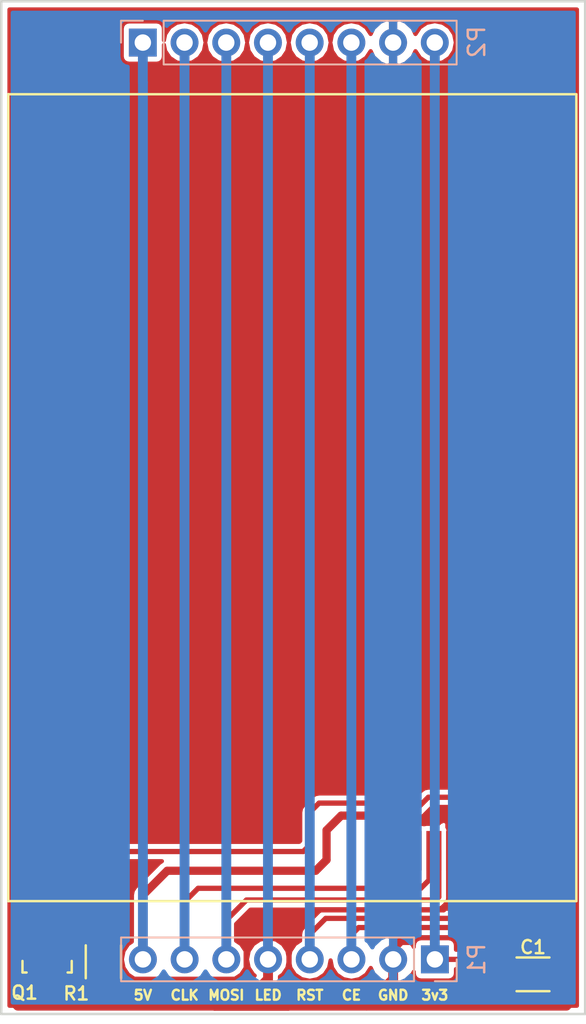
<source format=kicad_pcb>
(kicad_pcb (version 4) (host pcbnew 4.0.7)

  (general
    (links 23)
    (no_connects 0)
    (area 54.534999 64.694999 90.245001 126.440001)
    (thickness 1.6)
    (drawings 12)
    (tracks 123)
    (zones 0)
    (modules 6)
    (nets 11)
  )

  (page User 148.006 210.007)
  (title_block
    (title "Nokia Color TFT LCD")
    (date 2017-01-29)
    (rev 1)
    (company "Discovery Center")
    (comment 1 karibe.co)
    (comment 2 @muriukidavid)
    (comment 3 "Karibe David")
  )

  (layers
    (0 F.Cu signal)
    (31 B.Cu signal)
    (32 B.Adhes user)
    (33 F.Adhes user)
    (34 B.Paste user)
    (35 F.Paste user)
    (36 B.SilkS user)
    (37 F.SilkS user)
    (38 B.Mask user)
    (39 F.Mask user)
    (40 Dwgs.User user)
    (41 Cmts.User user)
    (42 Eco1.User user)
    (43 Eco2.User user)
    (44 Edge.Cuts user)
    (45 Margin user)
    (46 B.CrtYd user hide)
    (47 F.CrtYd user hide)
    (48 B.Fab user hide)
    (49 F.Fab user hide)
  )

  (setup
    (last_trace_width 0.6)
    (trace_clearance 0.2)
    (zone_clearance 0.4)
    (zone_45_only yes)
    (trace_min 0.2)
    (segment_width 0.2)
    (edge_width 0.15)
    (via_size 0.6)
    (via_drill 0.4)
    (via_min_size 0.4)
    (via_min_drill 0.3)
    (uvia_size 0.3)
    (uvia_drill 0.1)
    (uvias_allowed no)
    (uvia_min_size 0.2)
    (uvia_min_drill 0.1)
    (pcb_text_width 0.3)
    (pcb_text_size 1.5 1.5)
    (mod_edge_width 0.15)
    (mod_text_size 1 1)
    (mod_text_width 0.15)
    (pad_size 1.7 1.7)
    (pad_drill 1)
    (pad_to_mask_clearance 0.0762)
    (aux_axis_origin 0 0)
    (visible_elements FFFFFF7F)
    (pcbplotparams
      (layerselection 0x010fc_80000001)
      (usegerberextensions true)
      (excludeedgelayer false)
      (linewidth 0.100000)
      (plotframeref false)
      (viasonmask false)
      (mode 1)
      (useauxorigin false)
      (hpglpennumber 1)
      (hpglpenspeed 20)
      (hpglpendiameter 15)
      (hpglpenoverlay 2)
      (psnegative false)
      (psa4output false)
      (plotreference true)
      (plotvalue true)
      (plotinvisibletext false)
      (padsonsilk true)
      (subtractmaskfromsilk false)
      (outputformat 1)
      (mirror false)
      (drillshape 0)
      (scaleselection 1)
      (outputdirectory 1616LCD_gerbers/))
  )

  (net 0 "")
  (net 1 VCC)
  (net 2 GND)
  (net 3 RESET)
  (net 4 CE)
  (net 5 MOSI)
  (net 6 CLK)
  (net 7 LED)
  (net 8 LED-)
  (net 9 "Net-(Q1-Pad1)")
  (net 10 5V)

  (net_class Default "This is the default net class."
    (clearance 0.2)
    (trace_width 0.6)
    (via_dia 0.6)
    (via_drill 0.4)
    (uvia_dia 0.3)
    (uvia_drill 0.1)
    (add_net 5V)
    (add_net CE)
    (add_net CLK)
    (add_net GND)
    (add_net LED)
    (add_net LED-)
    (add_net MOSI)
    (add_net "Net-(Q1-Pad1)")
    (add_net RESET)
    (add_net VCC)
  )

  (module Capacitors_SMD:C_1206 (layer F.Cu) (tedit 5BEDE2BC) (tstamp 588D1F89)
    (at 86.995 123.952)
    (descr "Capacitor SMD 1206, reflow soldering, AVX (see smccp.pdf)")
    (tags "capacitor 1206")
    (path /588CF578)
    (attr smd)
    (fp_text reference C1 (at 0 -1.651) (layer F.SilkS)
      (effects (font (size 0.8 0.8) (thickness 0.15)))
    )
    (fp_text value 0.1 (at 2.8194 1.2446) (layer F.Fab)
      (effects (font (size 1 1) (thickness 0.15)))
    )
    (fp_line (start -2.3 -1.15) (end 2.3 -1.15) (layer F.CrtYd) (width 0.05))
    (fp_line (start -2.3 1.15) (end 2.3 1.15) (layer F.CrtYd) (width 0.05))
    (fp_line (start -2.3 -1.15) (end -2.3 1.15) (layer F.CrtYd) (width 0.05))
    (fp_line (start 2.3 -1.15) (end 2.3 1.15) (layer F.CrtYd) (width 0.05))
    (fp_line (start 1 -1.025) (end -1 -1.025) (layer F.SilkS) (width 0.15))
    (fp_line (start -1 1.025) (end 1 1.025) (layer F.SilkS) (width 0.15))
    (pad 1 smd rect (at -1.5 0) (size 1 1.6) (layers F.Cu F.Paste F.Mask)
      (net 1 VCC))
    (pad 2 smd rect (at 1.5 0) (size 1 1.6) (layers F.Cu F.Paste F.Mask)
      (net 2 GND))
    (model Capacitors_SMD.3dshapes/C_1206.wrl
      (at (xyz 0 0 0))
      (scale (xyz 1 1 1))
      (rotate (xyz 0 0 0))
    )
  )

  (module Connect:Nokia1616_LCD (layer F.Cu) (tedit 5BEDE2AF) (tstamp 58CA9C02)
    (at 76.57812 115.23218 180)
    (path /588CF2E5)
    (fp_text reference CONN1 (at -2.36508 1.13538 180) (layer F.SilkS) hide
      (effects (font (size 1 1) (thickness 0.15)))
    )
    (fp_text value Nokia1616_LCD (at 0 -4.826 180) (layer F.Fab)
      (effects (font (size 1 1) (thickness 0.15)))
    )
    (fp_line (start -13.0556 44.8056) (end 21.5392 44.8056) (layer F.SilkS) (width 0.15))
    (fp_line (start 21.5392 -4.2672) (end 21.5392 44.8056) (layer F.SilkS) (width 0.15))
    (fp_line (start -13.0556 -4.2672) (end -13.0556 44.8056) (layer F.SilkS) (width 0.15))
    (fp_line (start -13.0556 -4.2672) (end 21.5392 -4.2672) (layer F.SilkS) (width 0.15))
    (pad 1 smd rect (at -7.08148 -1.20142 180) (size 0.319989 2.399995) (layers F.Cu F.Paste F.Mask))
    (pad 2 smd rect (at -6.48148 -1.20142 180) (size 0.319989 2.399995) (layers F.Cu F.Paste F.Mask)
      (net 3 RESET))
    (pad 3 smd rect (at -5.88148 -1.20142 180) (size 0.319989 2.399995) (layers F.Cu F.Paste F.Mask)
      (net 4 CE))
    (pad 4 smd rect (at -5.28148 -1.20142 180) (size 0.319989 2.399995) (layers F.Cu F.Paste F.Mask)
      (net 2 GND))
    (pad 5 smd rect (at -4.68148 -1.20142 180) (size 0.319989 2.399995) (layers F.Cu F.Paste F.Mask)
      (net 5 MOSI))
    (pad 6 smd rect (at -4.08148 -1.20142 180) (size 0.319989 2.399995) (layers F.Cu F.Paste F.Mask)
      (net 6 CLK))
    (pad 7 smd rect (at -3.48148 -1.20142 180) (size 0.319989 2.399995) (layers F.Cu F.Paste F.Mask)
      (net 1 VCC))
    (pad 8 smd rect (at -2.88148 -1.20142 180) (size 0.319989 2.399995) (layers F.Cu F.Paste F.Mask)
      (net 1 VCC))
    (pad 9 smd rect (at -2.28148 -1.20142 180) (size 0.319989 2.399995) (layers F.Cu F.Paste F.Mask)
      (net 2 GND))
    (pad 10 smd rect (at -1.68148 -1.20142 180) (size 0.319989 2.399995) (layers F.Cu F.Paste F.Mask)
      (net 8 LED-))
    (pad 11 smd rect (at -1.08148 -1.20142 180) (size 0.319989 2.399995) (layers F.Cu F.Paste F.Mask)
      (net 10 5V))
    (pad 12 smd rect (at -0.48148 -1.20142 180) (size 0.319989 2.399995) (layers F.Cu F.Paste F.Mask))
  )

  (module TO_SOT_Packages_SMD:SOT-23 (layer F.Cu) (tedit 5BEDE281) (tstamp 58CA9C24)
    (at 57.404 123.19 180)
    (descr "SOT-23, Standard")
    (tags SOT-23)
    (path /58C99E38)
    (attr smd)
    (fp_text reference Q1 (at 1.3716 -1.8796 180) (layer F.SilkS)
      (effects (font (size 0.8 0.8) (thickness 0.15)))
    )
    (fp_text value BC547_BEC_123 (at 0 2.3 180) (layer F.Fab)
      (effects (font (size 1 1) (thickness 0.15)))
    )
    (fp_line (start -1.65 -1.6) (end 1.65 -1.6) (layer F.CrtYd) (width 0.05))
    (fp_line (start 1.65 -1.6) (end 1.65 1.6) (layer F.CrtYd) (width 0.05))
    (fp_line (start 1.65 1.6) (end -1.65 1.6) (layer F.CrtYd) (width 0.05))
    (fp_line (start -1.65 1.6) (end -1.65 -1.6) (layer F.CrtYd) (width 0.05))
    (fp_line (start 1.29916 -0.65024) (end 1.2509 -0.65024) (layer F.SilkS) (width 0.15))
    (fp_line (start -1.49982 0.0508) (end -1.49982 -0.65024) (layer F.SilkS) (width 0.15))
    (fp_line (start -1.49982 -0.65024) (end -1.2509 -0.65024) (layer F.SilkS) (width 0.15))
    (fp_line (start 1.29916 -0.65024) (end 1.49982 -0.65024) (layer F.SilkS) (width 0.15))
    (fp_line (start 1.49982 -0.65024) (end 1.49982 0.0508) (layer F.SilkS) (width 0.15))
    (pad 1 smd rect (at -0.95 1.00076 180) (size 0.8001 0.8001) (layers F.Cu F.Paste F.Mask)
      (net 9 "Net-(Q1-Pad1)"))
    (pad 2 smd rect (at 0.95 1.00076 180) (size 0.8001 0.8001) (layers F.Cu F.Paste F.Mask)
      (net 2 GND))
    (pad 3 smd rect (at 0 -0.99822 180) (size 0.8001 0.8001) (layers F.Cu F.Paste F.Mask)
      (net 8 LED-))
    (model TO_SOT_Packages_SMD.3dshapes/SOT-23.wrl
      (at (xyz 0 0 0))
      (scale (xyz 1 1 1))
      (rotate (xyz 0 0 -90))
    )
  )

  (module Resistors_SMD:R_1206 (layer F.Cu) (tedit 5BEDE299) (tstamp 58CA9C30)
    (at 60.833 123.19 270)
    (descr "Resistor SMD 1206, reflow soldering, Vishay (see dcrcw.pdf)")
    (tags "resistor 1206")
    (path /58C9A3B8)
    (attr smd)
    (fp_text reference R1 (at 1.9304 1.651 360) (layer F.SilkS)
      (effects (font (size 0.8 0.8) (thickness 0.15)))
    )
    (fp_text value 1K (at 0 2.3 270) (layer F.Fab)
      (effects (font (size 1 1) (thickness 0.15)))
    )
    (fp_line (start -2.2 -1.2) (end 2.2 -1.2) (layer F.CrtYd) (width 0.05))
    (fp_line (start -2.2 1.2) (end 2.2 1.2) (layer F.CrtYd) (width 0.05))
    (fp_line (start -2.2 -1.2) (end -2.2 1.2) (layer F.CrtYd) (width 0.05))
    (fp_line (start 2.2 -1.2) (end 2.2 1.2) (layer F.CrtYd) (width 0.05))
    (fp_line (start 1 1.075) (end -1 1.075) (layer F.SilkS) (width 0.15))
    (fp_line (start -1 -1.075) (end 1 -1.075) (layer F.SilkS) (width 0.15))
    (pad 1 smd rect (at -1.45 0 270) (size 0.9 1.7) (layers F.Cu F.Paste F.Mask)
      (net 9 "Net-(Q1-Pad1)"))
    (pad 2 smd rect (at 1.45 0 270) (size 0.9 1.7) (layers F.Cu F.Paste F.Mask)
      (net 7 LED))
    (model Resistors_SMD.3dshapes/R_1206.wrl
      (at (xyz 0 0 0))
      (scale (xyz 1 1 1))
      (rotate (xyz 0 0 0))
    )
  )

  (module Pin_Headers:Pin_Header_Straight_1x08_Pitch2.54mm (layer B.Cu) (tedit 5BEDE096) (tstamp 5BE4B7E8)
    (at 81.01838 123.04268 90)
    (descr "Through hole straight pin header, 1x08, 2.54mm pitch, single row")
    (tags "Through hole pin header THT 1x08 2.54mm single row")
    (path /588CF000)
    (fp_text reference P1 (at 0 2.54762 90) (layer B.SilkS)
      (effects (font (size 1 1) (thickness 0.15)) (justify mirror))
    )
    (fp_text value CONN_01X08 (at -2.62382 -12.18438 180) (layer B.Fab) hide
      (effects (font (size 1 1) (thickness 0.15)) (justify mirror))
    )
    (fp_line (start -0.635 1.27) (end 1.27 1.27) (layer B.Fab) (width 0.1))
    (fp_line (start 1.27 1.27) (end 1.27 -19.05) (layer B.Fab) (width 0.1))
    (fp_line (start 1.27 -19.05) (end -1.27 -19.05) (layer B.Fab) (width 0.1))
    (fp_line (start -1.27 -19.05) (end -1.27 0.635) (layer B.Fab) (width 0.1))
    (fp_line (start -1.27 0.635) (end -0.635 1.27) (layer B.Fab) (width 0.1))
    (fp_line (start -1.33 -19.11) (end 1.33 -19.11) (layer B.SilkS) (width 0.12))
    (fp_line (start -1.33 -1.27) (end -1.33 -19.11) (layer B.SilkS) (width 0.12))
    (fp_line (start 1.33 -1.27) (end 1.33 -19.11) (layer B.SilkS) (width 0.12))
    (fp_line (start -1.33 -1.27) (end 1.33 -1.27) (layer B.SilkS) (width 0.12))
    (fp_line (start -1.33 0) (end -1.33 1.33) (layer B.SilkS) (width 0.12))
    (fp_line (start -1.33 1.33) (end 0 1.33) (layer B.SilkS) (width 0.12))
    (fp_line (start -1.8 1.8) (end -1.8 -19.55) (layer B.CrtYd) (width 0.05))
    (fp_line (start -1.8 -19.55) (end 1.8 -19.55) (layer B.CrtYd) (width 0.05))
    (fp_line (start 1.8 -19.55) (end 1.8 1.8) (layer B.CrtYd) (width 0.05))
    (fp_line (start 1.8 1.8) (end -1.8 1.8) (layer B.CrtYd) (width 0.05))
    (fp_text user %R (at -2.62382 1.72212 360) (layer B.Fab)
      (effects (font (size 1 1) (thickness 0.15)) (justify mirror))
    )
    (pad 1 thru_hole rect (at 0 0 90) (size 1.7 1.7) (drill 1) (layers *.Cu *.Mask)
      (net 1 VCC))
    (pad 2 thru_hole oval (at 0 -2.54 90) (size 1.7 1.7) (drill 1) (layers *.Cu *.Mask)
      (net 2 GND))
    (pad 3 thru_hole oval (at 0 -5.08 90) (size 1.7 1.7) (drill 1) (layers *.Cu *.Mask)
      (net 4 CE))
    (pad 4 thru_hole oval (at 0 -7.62 90) (size 1.7 1.7) (drill 1) (layers *.Cu *.Mask)
      (net 3 RESET))
    (pad 5 thru_hole oval (at 0 -10.16 90) (size 1.7 1.7) (drill 1) (layers *.Cu *.Mask)
      (net 7 LED))
    (pad 6 thru_hole oval (at 0 -12.7 90) (size 1.7 1.7) (drill 1) (layers *.Cu *.Mask)
      (net 5 MOSI))
    (pad 7 thru_hole oval (at 0 -15.24 90) (size 1.7 1.7) (drill 1) (layers *.Cu *.Mask)
      (net 6 CLK))
    (pad 8 thru_hole oval (at 0 -17.78 90) (size 1.7 1.7) (drill 1) (layers *.Cu *.Mask)
      (net 10 5V))
    (model ${KISYS3DMOD}/Pin_Headers.3dshapes/Pin_Header_Straight_1x08_Pitch2.54mm.wrl
      (at (xyz 0 0 0))
      (scale (xyz 1 1 1))
      (rotate (xyz 0 0 0))
    )
  )

  (module Pin_Headers:Pin_Header_Straight_1x08_Pitch2.54mm (layer B.Cu) (tedit 59650532) (tstamp 5BE4B7F3)
    (at 63.2333 67.2846 270)
    (descr "Through hole straight pin header, 1x08, 2.54mm pitch, single row")
    (tags "Through hole pin header THT 1x08 2.54mm single row")
    (path /58D4DEA8)
    (fp_text reference P2 (at -0.0381 -20.3327 270) (layer B.SilkS)
      (effects (font (size 1 1) (thickness 0.15)) (justify mirror))
    )
    (fp_text value CONN_01X08 (at 0 -20.11 270) (layer B.Fab)
      (effects (font (size 1 1) (thickness 0.15)) (justify mirror))
    )
    (fp_line (start -0.635 1.27) (end 1.27 1.27) (layer B.Fab) (width 0.1))
    (fp_line (start 1.27 1.27) (end 1.27 -19.05) (layer B.Fab) (width 0.1))
    (fp_line (start 1.27 -19.05) (end -1.27 -19.05) (layer B.Fab) (width 0.1))
    (fp_line (start -1.27 -19.05) (end -1.27 0.635) (layer B.Fab) (width 0.1))
    (fp_line (start -1.27 0.635) (end -0.635 1.27) (layer B.Fab) (width 0.1))
    (fp_line (start -1.33 -19.11) (end 1.33 -19.11) (layer B.SilkS) (width 0.12))
    (fp_line (start -1.33 -1.27) (end -1.33 -19.11) (layer B.SilkS) (width 0.12))
    (fp_line (start 1.33 -1.27) (end 1.33 -19.11) (layer B.SilkS) (width 0.12))
    (fp_line (start -1.33 -1.27) (end 1.33 -1.27) (layer B.SilkS) (width 0.12))
    (fp_line (start -1.33 0) (end -1.33 1.33) (layer B.SilkS) (width 0.12))
    (fp_line (start -1.33 1.33) (end 0 1.33) (layer B.SilkS) (width 0.12))
    (fp_line (start -1.8 1.8) (end -1.8 -19.55) (layer B.CrtYd) (width 0.05))
    (fp_line (start -1.8 -19.55) (end 1.8 -19.55) (layer B.CrtYd) (width 0.05))
    (fp_line (start 1.8 -19.55) (end 1.8 1.8) (layer B.CrtYd) (width 0.05))
    (fp_line (start 1.8 1.8) (end -1.8 1.8) (layer B.CrtYd) (width 0.05))
    (fp_text user %R (at 0 -8.89 540) (layer B.Fab)
      (effects (font (size 1 1) (thickness 0.15)) (justify mirror))
    )
    (pad 1 thru_hole rect (at 0 0 270) (size 1.7 1.7) (drill 1) (layers *.Cu *.Mask)
      (net 10 5V))
    (pad 2 thru_hole oval (at 0 -2.54 270) (size 1.7 1.7) (drill 1) (layers *.Cu *.Mask)
      (net 6 CLK))
    (pad 3 thru_hole oval (at 0 -5.08 270) (size 1.7 1.7) (drill 1) (layers *.Cu *.Mask)
      (net 5 MOSI))
    (pad 4 thru_hole oval (at 0 -7.62 270) (size 1.7 1.7) (drill 1) (layers *.Cu *.Mask)
      (net 7 LED))
    (pad 5 thru_hole oval (at 0 -10.16 270) (size 1.7 1.7) (drill 1) (layers *.Cu *.Mask)
      (net 3 RESET))
    (pad 6 thru_hole oval (at 0 -12.7 270) (size 1.7 1.7) (drill 1) (layers *.Cu *.Mask)
      (net 4 CE))
    (pad 7 thru_hole oval (at 0 -15.24 270) (size 1.7 1.7) (drill 1) (layers *.Cu *.Mask)
      (net 2 GND))
    (pad 8 thru_hole oval (at 0 -17.78 270) (size 1.7 1.7) (drill 1) (layers *.Cu *.Mask)
      (net 1 VCC))
    (model ${KISYS3DMOD}/Pin_Headers.3dshapes/Pin_Header_Straight_1x08_Pitch2.54mm.wrl
      (at (xyz 0 0 0))
      (scale (xyz 1 1 1))
      (rotate (xyz 0 0 0))
    )
  )

  (gr_text 5V (at 63.238 125.222) (layer F.SilkS) (tstamp 5BEDDFFA)
    (effects (font (size 0.6 0.6) (thickness 0.15)))
  )
  (gr_text CLK (at 65.778 125.222) (layer F.SilkS) (tstamp 5BEDDFEF)
    (effects (font (size 0.6 0.6) (thickness 0.15)))
  )
  (gr_text MOSI (at 68.318 125.222) (layer F.SilkS) (tstamp 5BEDDFDA)
    (effects (font (size 0.6 0.6) (thickness 0.15)))
  )
  (gr_text "LED\n" (at 70.866 125.222) (layer F.SilkS) (tstamp 5BEDDFCE)
    (effects (font (size 0.6 0.6) (thickness 0.15)))
  )
  (gr_text RST (at 73.39838 125.222) (layer F.SilkS) (tstamp 5BEDDFBD)
    (effects (font (size 0.6 0.6) (thickness 0.15)))
  )
  (gr_text CE (at 75.93838 125.222) (layer F.SilkS) (tstamp 5BEDDFB2)
    (effects (font (size 0.6 0.6) (thickness 0.15)))
  )
  (gr_text "GND\n" (at 78.478 125.222) (layer F.SilkS) (tstamp 5BEDDF9F)
    (effects (font (size 0.6 0.6) (thickness 0.15)))
  )
  (gr_text 3v3 (at 81.018 125.222) (layer F.SilkS)
    (effects (font (size 0.6 0.6) (thickness 0.15)))
  )
  (gr_line (start 90.17 64.77) (end 90.17 126.365) (layer Edge.Cuts) (width 0.15))
  (gr_line (start 54.61 64.77) (end 90.17 64.77) (layer Edge.Cuts) (width 0.15))
  (gr_line (start 54.61 126.365) (end 54.61 64.77) (layer Edge.Cuts) (width 0.15))
  (gr_line (start 90.17 126.365) (end 54.61 126.365) (layer Edge.Cuts) (width 0.15))

  (segment (start 79.4596 116.4336) (end 79.4596 114.3424) (width 0.32) (layer F.Cu) (net 1))
  (segment (start 85.495 123.166) (end 85.495 123.952) (width 0.32) (layer F.Cu) (net 1))
  (segment (start 79.4596 114.3424) (end 80.6196 113.1824) (width 0.32) (layer F.Cu) (net 1))
  (segment (start 86.2584 113.1824) (end 87.503 114.427) (width 0.32) (layer F.Cu) (net 1))
  (segment (start 80.6196 113.1824) (end 86.2584 113.1824) (width 0.32) (layer F.Cu) (net 1))
  (segment (start 87.503 114.427) (end 87.503 121.158) (width 0.32) (layer F.Cu) (net 1))
  (segment (start 87.503 121.158) (end 85.495 123.166) (width 0.32) (layer F.Cu) (net 1))
  (segment (start 81.01838 123.04268) (end 82.78368 123.04268) (width 0.32) (layer F.Cu) (net 1))
  (segment (start 82.78368 123.04268) (end 83.693 123.952) (width 0.32) (layer F.Cu) (net 1))
  (segment (start 83.693 123.952) (end 85.495 123.952) (width 0.32) (layer F.Cu) (net 1))
  (segment (start 81.01838 123.04268) (end 81.01838 122.94268) (width 0.32) (layer B.Cu) (net 1))
  (segment (start 81.0133 122.9376) (end 81.0133 69.0846) (width 0.6) (layer B.Cu) (net 1))
  (segment (start 81.01838 122.94268) (end 81.0133 122.9376) (width 0.32) (layer B.Cu) (net 1))
  (segment (start 81.0133 69.0846) (end 81.0133 67.2846) (width 0.6) (layer B.Cu) (net 1))
  (segment (start 80.0596 116.4336) (end 79.4596 116.4336) (width 0.32) (layer F.Cu) (net 1))
  (segment (start 78.9432 121.8692) (end 79.4512 121.8692) (width 0.6) (layer F.Cu) (net 2))
  (segment (start 78.47838 122.33402) (end 78.9432 121.8692) (width 0.6) (layer F.Cu) (net 2))
  (segment (start 78.47838 123.04268) (end 78.47838 122.33402) (width 0.6) (layer F.Cu) (net 2))
  (segment (start 73.214811 120.028389) (end 72.136 121.1072) (width 0.32) (layer F.Cu) (net 2))
  (segment (start 81.546011 120.028389) (end 73.214811 120.028389) (width 0.32) (layer F.Cu) (net 2))
  (segment (start 81.8596 119.7148) (end 81.546011 120.028389) (width 0.32) (layer F.Cu) (net 2))
  (segment (start 81.8596 116.4336) (end 81.8596 119.7148) (width 0.32) (layer F.Cu) (net 2))
  (segment (start 62.429081 124.252681) (end 61.7728 123.5964) (width 0.32) (layer F.Cu) (net 2))
  (segment (start 72.072978 125.869222) (end 67.61964 125.869222) (width 0.6) (layer F.Cu) (net 2))
  (segment (start 55.499 125.73) (end 55.499 124.14429) (width 0.6) (layer F.Cu) (net 2))
  (segment (start 72.0852 125.857) (end 72.072978 125.869222) (width 0.6) (layer F.Cu) (net 2))
  (segment (start 67.61964 125.869222) (end 67.607418 125.857) (width 0.6) (layer F.Cu) (net 2))
  (segment (start 67.607418 125.857) (end 55.626 125.857) (width 0.6) (layer F.Cu) (net 2))
  (segment (start 55.626 125.857) (end 55.499 125.73) (width 0.6) (layer F.Cu) (net 2))
  (segment (start 55.499 124.14429) (end 56.454 123.18929) (width 0.6) (layer F.Cu) (net 2))
  (segment (start 56.454 123.18929) (end 56.454 122.18924) (width 0.6) (layer F.Cu) (net 2))
  (segment (start 69.528381 124.070419) (end 69.346119 124.252681) (width 0.32) (layer F.Cu) (net 2))
  (segment (start 69.346119 124.252681) (end 62.429081 124.252681) (width 0.32) (layer F.Cu) (net 2))
  (segment (start 69.9008 121.1072) (end 69.528381 121.479619) (width 0.32) (layer F.Cu) (net 2))
  (segment (start 69.528381 121.479619) (end 69.528381 124.070419) (width 0.32) (layer F.Cu) (net 2))
  (segment (start 72.136 121.1072) (end 72.136 125.8062) (width 0.32) (layer F.Cu) (net 2))
  (segment (start 72.136 121.1072) (end 69.9008 121.1072) (width 0.32) (layer F.Cu) (net 2))
  (segment (start 72.136 125.8062) (end 72.0852 125.857) (width 0.32) (layer F.Cu) (net 2))
  (segment (start 76.866141 125.857) (end 72.0852 125.857) (width 0.6) (layer F.Cu) (net 2))
  (segment (start 89.154 125.73) (end 88.873 125.73) (width 0.6) (layer F.Cu) (net 2))
  (segment (start 88.873 125.73) (end 88.495 125.352) (width 0.6) (layer F.Cu) (net 2))
  (segment (start 88.495 125.352) (end 88.495 123.952) (width 0.6) (layer F.Cu) (net 2))
  (segment (start 89.027 125.857) (end 89.154 125.73) (width 0.6) (layer F.Cu) (net 2))
  (segment (start 76.866141 125.857) (end 89.027 125.857) (width 0.6) (layer F.Cu) (net 2))
  (segment (start 78.47838 123.04268) (end 78.47838 124.244761) (width 0.6) (layer F.Cu) (net 2))
  (segment (start 78.47838 124.244761) (end 76.866141 125.857) (width 0.6) (layer F.Cu) (net 2))
  (segment (start 78.8596 112.73028) (end 78.8596 112.56242) (width 0.25) (layer F.Cu) (net 2))
  (segment (start 78.8596 116.4336) (end 78.8596 112.73028) (width 0.25) (layer F.Cu) (net 2))
  (segment (start 78.8596 112.73028) (end 78.8596 109.60586) (width 0.25) (layer F.Cu) (net 2))
  (segment (start 73.39838 121.52122) (end 74.3712 120.5484) (width 0.32) (layer F.Cu) (net 3))
  (segment (start 83.0596 119.8864) (end 83.0596 117.953597) (width 0.32) (layer F.Cu) (net 3))
  (segment (start 73.39838 122.94319) (end 73.39838 121.52122) (width 0.32) (layer F.Cu) (net 3))
  (segment (start 74.3712 120.5484) (end 82.3976 120.5484) (width 0.32) (layer F.Cu) (net 3))
  (segment (start 82.3976 120.5484) (end 83.0596 119.8864) (width 0.32) (layer F.Cu) (net 3))
  (segment (start 83.0596 117.953597) (end 83.0596 116.4336) (width 0.32) (layer F.Cu) (net 3))
  (segment (start 73.39838 123.04268) (end 73.39838 67.28968) (width 0.6) (layer B.Cu) (net 3))
  (segment (start 73.39838 67.28968) (end 73.3933 67.2846) (width 0.6) (layer B.Cu) (net 3))
  (segment (start 73.66 122.78106) (end 73.39838 123.04268) (width 0.32) (layer B.Cu) (net 3))
  (segment (start 75.93838 123.04268) (end 75.93838 121.54662) (width 0.32) (layer F.Cu) (net 4))
  (segment (start 75.93838 121.54662) (end 76.3778 121.1072) (width 0.32) (layer F.Cu) (net 4))
  (segment (start 76.3778 121.1072) (end 84.6836 121.1072) (width 0.32) (layer F.Cu) (net 4))
  (segment (start 84.6836 121.1072) (end 85.6488 120.142) (width 0.32) (layer F.Cu) (net 4))
  (segment (start 85.6488 114.9096) (end 85.2932 114.554) (width 0.32) (layer F.Cu) (net 4))
  (segment (start 85.6488 120.142) (end 85.6488 114.9096) (width 0.32) (layer F.Cu) (net 4))
  (segment (start 85.2932 114.554) (end 82.819203 114.554) (width 0.32) (layer F.Cu) (net 4))
  (segment (start 82.819203 114.554) (end 82.4596 114.913603) (width 0.32) (layer F.Cu) (net 4))
  (segment (start 82.4596 114.913603) (end 82.4596 116.4336) (width 0.32) (layer F.Cu) (net 4))
  (segment (start 75.9333 67.2846) (end 75.9333 123.0376) (width 0.6) (layer B.Cu) (net 4))
  (segment (start 75.9333 123.0376) (end 75.93838 123.04268) (width 0.6) (layer B.Cu) (net 4))
  (segment (start 76.2 67.4624) (end 75.93838 67.72402) (width 0.32) (layer B.Cu) (net 4))
  (segment (start 76.2 67.31) (end 76.2 67.4624) (width 0.32) (layer B.Cu) (net 4))
  (segment (start 81.2596 116.4336) (end 81.2596 119.248) (width 0.32) (layer F.Cu) (net 5))
  (segment (start 81.2596 119.248) (end 81.0768 119.4308) (width 0.32) (layer F.Cu) (net 5))
  (segment (start 81.0768 119.4308) (end 69.5452 119.4308) (width 0.32) (layer F.Cu) (net 5))
  (segment (start 69.5452 119.4308) (end 68.326 120.65) (width 0.32) (layer F.Cu) (net 5))
  (segment (start 68.326 120.65) (end 68.326 123.03506) (width 0.32) (layer F.Cu) (net 5))
  (segment (start 68.326 123.03506) (end 68.31838 123.04268) (width 0.32) (layer F.Cu) (net 5))
  (segment (start 68.31838 123.04268) (end 68.31838 67.28968) (width 0.6) (layer B.Cu) (net 5))
  (segment (start 68.31838 67.28968) (end 68.3133 67.2846) (width 0.6) (layer B.Cu) (net 5))
  (segment (start 68.58 122.78106) (end 68.31838 123.04268) (width 0.32) (layer B.Cu) (net 5))
  (segment (start 80.6596 116.4336) (end 80.6596 118.2224) (width 0.32) (layer F.Cu) (net 6))
  (segment (start 80.6596 118.2224) (end 80.1624 118.7196) (width 0.32) (layer F.Cu) (net 6))
  (segment (start 80.1624 118.7196) (end 66.5988 118.7196) (width 0.32) (layer F.Cu) (net 6))
  (segment (start 66.5988 118.7196) (end 65.77838 119.54002) (width 0.32) (layer F.Cu) (net 6))
  (segment (start 65.77838 119.54002) (end 65.77838 123.04268) (width 0.32) (layer F.Cu) (net 6))
  (segment (start 65.7733 67.2846) (end 65.7733 123.0376) (width 0.6) (layer B.Cu) (net 6))
  (segment (start 65.7733 123.0376) (end 65.77838 123.04268) (width 0.6) (layer B.Cu) (net 6))
  (segment (start 66.04 122.78106) (end 65.77838 123.04268) (width 0.32) (layer B.Cu) (net 6))
  (segment (start 70.18633 124.916811) (end 70.85838 124.244761) (width 0.6) (layer F.Cu) (net 7))
  (segment (start 70.85838 124.244761) (end 70.85838 123.04268) (width 0.6) (layer F.Cu) (net 7))
  (segment (start 60.728811 124.916811) (end 70.18633 124.916811) (width 0.6) (layer F.Cu) (net 7))
  (segment (start 60.325 124.513) (end 60.728811 124.916811) (width 0.6) (layer F.Cu) (net 7))
  (segment (start 70.8533 67.2846) (end 70.8533 123.0376) (width 0.6) (layer B.Cu) (net 7))
  (segment (start 70.8533 123.0376) (end 70.85838 123.04268) (width 0.6) (layer B.Cu) (net 7))
  (segment (start 71.12 122.78106) (end 70.85838 123.04268) (width 0.32) (layer B.Cu) (net 7))
  (segment (start 78.2596 116.4336) (end 78.2596 113.9466) (width 0.32) (layer F.Cu) (net 8))
  (segment (start 78.2596 113.9466) (end 77.851 113.538) (width 0.32) (layer F.Cu) (net 8))
  (segment (start 77.851 113.538) (end 73.9648 113.538) (width 0.32) (layer F.Cu) (net 8))
  (segment (start 73.9648 113.538) (end 73.406 114.0968) (width 0.32) (layer F.Cu) (net 8))
  (segment (start 73.406 114.0968) (end 73.406 116.078) (width 0.32) (layer F.Cu) (net 8))
  (segment (start 73.406 116.078) (end 72.9996 116.4844) (width 0.32) (layer F.Cu) (net 8))
  (segment (start 72.9996 116.4844) (end 58.42 116.4844) (width 0.32) (layer F.Cu) (net 8))
  (segment (start 58.42 116.4844) (end 57.404 117.5004) (width 0.32) (layer F.Cu) (net 8))
  (segment (start 57.404 117.5004) (end 57.404 124.18822) (width 0.32) (layer F.Cu) (net 8))
  (segment (start 58.354 122.18924) (end 58.36924 122.174) (width 0.6) (layer F.Cu) (net 9))
  (segment (start 58.36924 122.174) (end 58.928 122.174) (width 0.6) (layer F.Cu) (net 9))
  (segment (start 58.928 122.174) (end 59.362 121.74) (width 0.6) (layer F.Cu) (net 9))
  (segment (start 59.362 121.74) (end 60.833 121.74) (width 0.6) (layer F.Cu) (net 9))
  (segment (start 63.246 121.666) (end 63.246 119.126) (width 0.5) (layer F.Cu) (net 10))
  (segment (start 63.246 119.126) (end 64.7192 117.6528) (width 0.5) (layer F.Cu) (net 10))
  (segment (start 64.7192 117.6528) (end 73.7616 117.6528) (width 0.5) (layer F.Cu) (net 10))
  (segment (start 73.7616 117.6528) (end 74.422 116.9924) (width 0.5) (layer F.Cu) (net 10))
  (segment (start 74.422 116.9924) (end 74.422 115.189) (width 0.5) (layer F.Cu) (net 10))
  (segment (start 77.343 114.3) (end 77.47 114.427) (width 0.5) (layer F.Cu) (net 10))
  (segment (start 74.422 115.189) (end 75.311 114.3) (width 0.5) (layer F.Cu) (net 10))
  (segment (start 75.311 114.3) (end 77.343 114.3) (width 0.5) (layer F.Cu) (net 10))
  (segment (start 77.6596 116.4336) (end 77.6596 114.6166) (width 0.32) (layer F.Cu) (net 10))
  (segment (start 77.6596 114.6166) (end 77.47 114.427) (width 0.32) (layer F.Cu) (net 10))
  (segment (start 63.23838 69.70522) (end 63.2333 69.70014) (width 0.6) (layer B.Cu) (net 10))
  (segment (start 63.2333 69.70014) (end 63.2333 67.2846) (width 0.6) (layer B.Cu) (net 10))
  (segment (start 63.23838 123.04268) (end 63.23838 69.70522) (width 0.6) (layer B.Cu) (net 10))
  (segment (start 63.246 121.666) (end 63.23838 121.67362) (width 0.32) (layer F.Cu) (net 10))
  (segment (start 63.23838 121.67362) (end 63.23838 123.04268) (width 0.5) (layer F.Cu) (net 10))

  (zone (net 2) (net_name GND) (layer F.Cu) (tstamp 0) (hatch edge 0.508)
    (connect_pads (clearance 0.3))
    (min_thickness 0.254)
    (fill yes (arc_segments 16) (thermal_gap 0.508) (thermal_bridge_width 0.508))
    (polygon
      (pts
        (xy 90.17 126.365) (xy 54.61 126.365) (xy 54.61 64.77) (xy 90.17 64.77)
      )
    )
    (filled_polygon
      (pts
        (xy 89.668 125.863) (xy 55.112 125.863) (xy 55.112 123.78817) (xy 56.568585 123.78817) (xy 56.568585 124.58827)
        (xy 56.598359 124.746507) (xy 56.691877 124.891837) (xy 56.834569 124.989334) (xy 57.00395 125.023635) (xy 57.80405 125.023635)
        (xy 57.962287 124.993861) (xy 58.107617 124.900343) (xy 58.205114 124.757651) (xy 58.239415 124.58827) (xy 58.239415 123.78817)
        (xy 58.209641 123.629933) (xy 58.116123 123.484603) (xy 57.991 123.39911) (xy 57.991 123.024655) (xy 58.75405 123.024655)
        (xy 58.912287 122.994881) (xy 59.057617 122.901363) (xy 59.078291 122.871105) (xy 59.19227 122.848433) (xy 59.206211 122.84566)
        (xy 59.442067 122.688067) (xy 59.657474 122.47266) (xy 59.670927 122.493567) (xy 59.813619 122.591064) (xy 59.983 122.625365)
        (xy 61.683 122.625365) (xy 61.841237 122.595591) (xy 61.986567 122.502073) (xy 62.084064 122.359381) (xy 62.118365 122.19)
        (xy 62.118365 121.29) (xy 62.088591 121.131763) (xy 61.995073 120.986433) (xy 61.852381 120.888936) (xy 61.683 120.854635)
        (xy 59.983 120.854635) (xy 59.824763 120.884409) (xy 59.679433 120.977927) (xy 59.655469 121.013) (xy 59.362005 121.013)
        (xy 59.362 121.012999) (xy 59.129948 121.059158) (xy 59.083789 121.06834) (xy 58.847933 121.225933) (xy 58.847931 121.225936)
        (xy 58.720042 121.353825) (xy 57.991 121.353825) (xy 57.991 117.743544) (xy 58.663144 117.0714) (xy 64.394174 117.0714)
        (xy 64.240488 117.174089) (xy 62.767289 118.647289) (xy 62.620534 118.866923) (xy 62.569 119.126) (xy 62.569 121.635312)
        (xy 62.56138 121.67362) (xy 62.56138 121.963695) (xy 62.335405 122.114687) (xy 62.058586 122.528975) (xy 61.96138 123.017662)
        (xy 61.96138 123.067698) (xy 62.058586 123.556385) (xy 62.335405 123.970673) (xy 62.663367 124.189811) (xy 62.118329 124.189811)
        (xy 62.088591 124.031763) (xy 61.995073 123.886433) (xy 61.852381 123.788936) (xy 61.683 123.754635) (xy 59.983 123.754635)
        (xy 59.824763 123.784409) (xy 59.679433 123.877927) (xy 59.581936 124.020619) (xy 59.547635 124.19) (xy 59.547635 125.09)
        (xy 59.577409 125.248237) (xy 59.670927 125.393567) (xy 59.813619 125.491064) (xy 59.983 125.525365) (xy 60.356155 125.525365)
        (xy 60.4506 125.588471) (xy 60.496759 125.597653) (xy 60.728811 125.643812) (xy 60.728816 125.643811) (xy 70.186325 125.643811)
        (xy 70.18633 125.643812) (xy 70.418382 125.597653) (xy 70.464541 125.588471) (xy 70.700397 125.430878) (xy 71.372444 124.75883)
        (xy 71.372447 124.758828) (xy 71.53004 124.522972) (xy 71.58538 124.244761) (xy 71.58538 124.088256) (xy 71.761355 123.970673)
        (xy 72.038174 123.556385) (xy 72.12838 123.102889) (xy 72.218586 123.556385) (xy 72.495405 123.970673) (xy 72.909693 124.247492)
        (xy 73.39838 124.344698) (xy 73.887067 124.247492) (xy 74.301355 123.970673) (xy 74.578174 123.556385) (xy 74.66838 123.102889)
        (xy 74.758586 123.556385) (xy 75.035405 123.970673) (xy 75.449693 124.247492) (xy 75.93838 124.344698) (xy 76.427067 124.247492)
        (xy 76.841355 123.970673) (xy 77.113689 123.563097) (xy 77.283197 123.924038) (xy 77.711456 124.314325) (xy 78.12149 124.484156)
        (xy 78.35138 124.362835) (xy 78.35138 123.16968) (xy 78.33138 123.16968) (xy 78.33138 122.91568) (xy 78.35138 122.91568)
        (xy 78.35138 122.89568) (xy 78.60538 122.89568) (xy 78.60538 122.91568) (xy 78.62538 122.91568) (xy 78.62538 123.16968)
        (xy 78.60538 123.16968) (xy 78.60538 124.362835) (xy 78.83527 124.484156) (xy 79.245304 124.314325) (xy 79.673563 123.924038)
        (xy 79.733015 123.797444) (xy 79.733015 123.89268) (xy 79.762789 124.050917) (xy 79.856307 124.196247) (xy 79.998999 124.293744)
        (xy 80.16838 124.328045) (xy 81.86838 124.328045) (xy 82.026617 124.298271) (xy 82.171947 124.204753) (xy 82.269444 124.062061)
        (xy 82.303745 123.89268) (xy 82.303745 123.62968) (xy 82.540536 123.62968) (xy 83.277926 124.367069) (xy 83.277928 124.367072)
        (xy 83.346448 124.412855) (xy 83.468365 124.494317) (xy 83.693 124.539001) (xy 83.693005 124.539) (xy 84.559635 124.539)
        (xy 84.559635 124.752) (xy 84.589409 124.910237) (xy 84.682927 125.055567) (xy 84.825619 125.153064) (xy 84.995 125.187365)
        (xy 85.995 125.187365) (xy 86.153237 125.157591) (xy 86.298567 125.064073) (xy 86.396064 124.921381) (xy 86.430365 124.752)
        (xy 86.430365 124.23775) (xy 87.36 124.23775) (xy 87.36 124.87831) (xy 87.456673 125.111699) (xy 87.635302 125.290327)
        (xy 87.868691 125.387) (xy 88.20925 125.387) (xy 88.368 125.22825) (xy 88.368 124.079) (xy 88.622 124.079)
        (xy 88.622 125.22825) (xy 88.78075 125.387) (xy 89.121309 125.387) (xy 89.354698 125.290327) (xy 89.533327 125.111699)
        (xy 89.63 124.87831) (xy 89.63 124.23775) (xy 89.47125 124.079) (xy 88.622 124.079) (xy 88.368 124.079)
        (xy 87.51875 124.079) (xy 87.36 124.23775) (xy 86.430365 124.23775) (xy 86.430365 123.152) (xy 86.415919 123.075225)
        (xy 86.465454 123.02569) (xy 87.36 123.02569) (xy 87.36 123.66625) (xy 87.51875 123.825) (xy 88.368 123.825)
        (xy 88.368 122.67575) (xy 88.622 122.67575) (xy 88.622 123.825) (xy 89.47125 123.825) (xy 89.63 123.66625)
        (xy 89.63 123.02569) (xy 89.533327 122.792301) (xy 89.354698 122.613673) (xy 89.121309 122.517) (xy 88.78075 122.517)
        (xy 88.622 122.67575) (xy 88.368 122.67575) (xy 88.20925 122.517) (xy 87.868691 122.517) (xy 87.635302 122.613673)
        (xy 87.456673 122.792301) (xy 87.36 123.02569) (xy 86.465454 123.02569) (xy 87.918072 121.573072) (xy 88.045317 121.382635)
        (xy 88.090001 121.158) (xy 88.09 121.157995) (xy 88.09 114.427) (xy 88.045317 114.202365) (xy 87.918072 114.011928)
        (xy 86.673472 112.767328) (xy 86.483035 112.640083) (xy 86.2584 112.5954) (xy 80.619605 112.5954) (xy 80.6196 112.595399)
        (xy 80.394965 112.640083) (xy 80.204528 112.767328) (xy 80.204526 112.767331) (xy 79.044528 113.927328) (xy 78.917283 114.117765)
        (xy 78.8726 114.3424) (xy 78.8726 115.192326) (xy 78.864241 115.233603) (xy 78.864241 116.5806) (xy 78.854959 116.5806)
        (xy 78.854959 115.233603) (xy 78.8466 115.189178) (xy 78.8466 113.946605) (xy 78.846601 113.9466) (xy 78.801917 113.721965)
        (xy 78.718733 113.597471) (xy 78.674672 113.531528) (xy 78.674669 113.531526) (xy 78.266072 113.122928) (xy 78.075635 112.995683)
        (xy 77.851 112.951) (xy 73.964805 112.951) (xy 73.9648 112.950999) (xy 73.740165 112.995683) (xy 73.549728 113.122928)
        (xy 73.549726 113.122931) (xy 72.990928 113.681728) (xy 72.863683 113.872165) (xy 72.819 114.0968) (xy 72.819 115.834857)
        (xy 72.756456 115.8974) (xy 58.42 115.8974) (xy 58.195365 115.942083) (xy 58.004928 116.069328) (xy 56.988928 117.085328)
        (xy 56.861683 117.275765) (xy 56.817 117.5004) (xy 56.817 121.15419) (xy 56.73975 121.15419) (xy 56.581 121.31294)
        (xy 56.581 122.06224) (xy 56.601 122.06224) (xy 56.601 122.31624) (xy 56.581 122.31624) (xy 56.581 123.06554)
        (xy 56.73975 123.22429) (xy 56.817 123.22429) (xy 56.817 123.401055) (xy 56.700383 123.476097) (xy 56.602886 123.618789)
        (xy 56.568585 123.78817) (xy 55.112 123.78817) (xy 55.112 122.47499) (xy 55.41895 122.47499) (xy 55.41895 122.7156)
        (xy 55.515623 122.948989) (xy 55.694252 123.127617) (xy 55.927641 123.22429) (xy 56.16825 123.22429) (xy 56.327 123.06554)
        (xy 56.327 122.31624) (xy 55.5777 122.31624) (xy 55.41895 122.47499) (xy 55.112 122.47499) (xy 55.112 121.66288)
        (xy 55.41895 121.66288) (xy 55.41895 121.90349) (xy 55.5777 122.06224) (xy 56.327 122.06224) (xy 56.327 121.31294)
        (xy 56.16825 121.15419) (xy 55.927641 121.15419) (xy 55.694252 121.250863) (xy 55.515623 121.429491) (xy 55.41895 121.66288)
        (xy 55.112 121.66288) (xy 55.112 66.4346) (xy 61.947935 66.4346) (xy 61.947935 68.1346) (xy 61.977709 68.292837)
        (xy 62.071227 68.438167) (xy 62.213919 68.535664) (xy 62.3833 68.569965) (xy 64.0833 68.569965) (xy 64.241537 68.540191)
        (xy 64.386867 68.446673) (xy 64.484364 68.303981) (xy 64.518665 68.1346) (xy 64.518665 67.422054) (xy 64.593506 67.798305)
        (xy 64.870325 68.212593) (xy 65.284613 68.489412) (xy 65.7733 68.586618) (xy 66.261987 68.489412) (xy 66.676275 68.212593)
        (xy 66.953094 67.798305) (xy 67.0433 67.344809) (xy 67.133506 67.798305) (xy 67.410325 68.212593) (xy 67.824613 68.489412)
        (xy 68.3133 68.586618) (xy 68.801987 68.489412) (xy 69.216275 68.212593) (xy 69.493094 67.798305) (xy 69.5833 67.344809)
        (xy 69.673506 67.798305) (xy 69.950325 68.212593) (xy 70.364613 68.489412) (xy 70.8533 68.586618) (xy 71.341987 68.489412)
        (xy 71.756275 68.212593) (xy 72.033094 67.798305) (xy 72.1233 67.344809) (xy 72.213506 67.798305) (xy 72.490325 68.212593)
        (xy 72.904613 68.489412) (xy 73.3933 68.586618) (xy 73.881987 68.489412) (xy 74.296275 68.212593) (xy 74.573094 67.798305)
        (xy 74.6633 67.344809) (xy 74.753506 67.798305) (xy 75.030325 68.212593) (xy 75.444613 68.489412) (xy 75.9333 68.586618)
        (xy 76.421987 68.489412) (xy 76.836275 68.212593) (xy 77.108609 67.805017) (xy 77.278117 68.165958) (xy 77.706376 68.556245)
        (xy 78.11641 68.726076) (xy 78.3463 68.604755) (xy 78.3463 67.4116) (xy 78.3263 67.4116) (xy 78.3263 67.1576)
        (xy 78.3463 67.1576) (xy 78.3463 65.964445) (xy 78.6003 65.964445) (xy 78.6003 67.1576) (xy 78.6203 67.1576)
        (xy 78.6203 67.4116) (xy 78.6003 67.4116) (xy 78.6003 68.604755) (xy 78.83019 68.726076) (xy 79.240224 68.556245)
        (xy 79.668483 68.165958) (xy 79.837991 67.805017) (xy 80.110325 68.212593) (xy 80.524613 68.489412) (xy 81.0133 68.586618)
        (xy 81.501987 68.489412) (xy 81.916275 68.212593) (xy 82.193094 67.798305) (xy 82.2903 67.309618) (xy 82.2903 67.259582)
        (xy 82.193094 66.770895) (xy 81.916275 66.356607) (xy 81.501987 66.079788) (xy 81.0133 65.982582) (xy 80.524613 66.079788)
        (xy 80.110325 66.356607) (xy 79.837991 66.764183) (xy 79.668483 66.403242) (xy 79.240224 66.012955) (xy 78.83019 65.843124)
        (xy 78.6003 65.964445) (xy 78.3463 65.964445) (xy 78.11641 65.843124) (xy 77.706376 66.012955) (xy 77.278117 66.403242)
        (xy 77.108609 66.764183) (xy 76.836275 66.356607) (xy 76.421987 66.079788) (xy 75.9333 65.982582) (xy 75.444613 66.079788)
        (xy 75.030325 66.356607) (xy 74.753506 66.770895) (xy 74.6633 67.224391) (xy 74.573094 66.770895) (xy 74.296275 66.356607)
        (xy 73.881987 66.079788) (xy 73.3933 65.982582) (xy 72.904613 66.079788) (xy 72.490325 66.356607) (xy 72.213506 66.770895)
        (xy 72.1233 67.224391) (xy 72.033094 66.770895) (xy 71.756275 66.356607) (xy 71.341987 66.079788) (xy 70.8533 65.982582)
        (xy 70.364613 66.079788) (xy 69.950325 66.356607) (xy 69.673506 66.770895) (xy 69.5833 67.224391) (xy 69.493094 66.770895)
        (xy 69.216275 66.356607) (xy 68.801987 66.079788) (xy 68.3133 65.982582) (xy 67.824613 66.079788) (xy 67.410325 66.356607)
        (xy 67.133506 66.770895) (xy 67.0433 67.224391) (xy 66.953094 66.770895) (xy 66.676275 66.356607) (xy 66.261987 66.079788)
        (xy 65.7733 65.982582) (xy 65.284613 66.079788) (xy 64.870325 66.356607) (xy 64.593506 66.770895) (xy 64.518665 67.147146)
        (xy 64.518665 66.4346) (xy 64.488891 66.276363) (xy 64.395373 66.131033) (xy 64.252681 66.033536) (xy 64.0833 65.999235)
        (xy 62.3833 65.999235) (xy 62.225063 66.029009) (xy 62.079733 66.122527) (xy 61.982236 66.265219) (xy 61.947935 66.4346)
        (xy 55.112 66.4346) (xy 55.112 65.272) (xy 89.668 65.272)
      )
    )
    (filled_polygon
      (pts
        (xy 69.678586 123.556385) (xy 69.955405 123.970673) (xy 70.044682 124.030326) (xy 69.885196 124.189811) (xy 68.893393 124.189811)
        (xy 69.221355 123.970673) (xy 69.498174 123.556385) (xy 69.58838 123.102889)
      )
    )
    (filled_polygon
      (pts
        (xy 86.916 114.670144) (xy 86.916 120.914856) (xy 85.114221 122.716635) (xy 84.995 122.716635) (xy 84.836763 122.746409)
        (xy 84.691433 122.839927) (xy 84.593936 122.982619) (xy 84.559635 123.152) (xy 84.559635 123.365) (xy 83.936143 123.365)
        (xy 83.198752 122.627608) (xy 83.008315 122.500363) (xy 82.78368 122.45568) (xy 82.303745 122.45568) (xy 82.303745 122.19268)
        (xy 82.273971 122.034443) (xy 82.180453 121.889113) (xy 82.037761 121.791616) (xy 81.86838 121.757315) (xy 80.16838 121.757315)
        (xy 80.010143 121.787089) (xy 79.864813 121.880607) (xy 79.767316 122.023299) (xy 79.733015 122.19268) (xy 79.733015 122.287916)
        (xy 79.673563 122.161322) (xy 79.245304 121.771035) (xy 79.059796 121.6942) (xy 84.6836 121.6942) (xy 84.908235 121.649517)
        (xy 85.098672 121.522272) (xy 86.063872 120.557072) (xy 86.191117 120.366635) (xy 86.235801 120.142) (xy 86.2358 120.141995)
        (xy 86.2358 114.9096) (xy 86.191117 114.684965) (xy 86.063872 114.494528) (xy 86.063869 114.494526) (xy 85.708272 114.138928)
        (xy 85.517835 114.011683) (xy 85.2932 113.967) (xy 82.819203 113.967) (xy 82.594568 114.011683) (xy 82.404131 114.138928)
        (xy 82.404129 114.138931) (xy 82.044528 114.498531) (xy 81.917283 114.688968) (xy 81.8726 114.913603) (xy 81.8726 115.192326)
        (xy 81.864241 115.233603) (xy 81.864241 117.633597) (xy 81.894015 117.791834) (xy 81.939597 117.86267) (xy 81.939597 118.109847)
        (xy 82.098347 118.268597) (xy 82.145903 118.268597) (xy 82.379292 118.171924) (xy 82.4726 118.078617) (xy 82.4726 119.643257)
        (xy 82.154456 119.9614) (xy 81.318971 119.9614) (xy 81.491872 119.845872) (xy 81.674672 119.663072) (xy 81.801917 119.472635)
        (xy 81.8466 119.248) (xy 81.8466 117.674874) (xy 81.854959 117.633597) (xy 81.854959 115.233603) (xy 81.825185 115.075366)
        (xy 81.779603 115.00453) (xy 81.779603 114.757353) (xy 81.620853 114.598603) (xy 81.573297 114.598603) (xy 81.339908 114.695276)
        (xy 81.236945 114.798238) (xy 81.099606 114.798238) (xy 80.954458 114.825549) (xy 80.819594 114.798238) (xy 80.499606 114.798238)
        (xy 80.354458 114.825549) (xy 80.219594 114.798238) (xy 80.0466 114.798238) (xy 80.0466 114.585544) (xy 80.862743 113.7694)
        (xy 86.015256 113.7694)
      )
    )
    (filled_polygon
      (pts
        (xy 73.956128 120.133328) (xy 72.983308 121.106148) (xy 72.856063 121.296585) (xy 72.81138 121.52122) (xy 72.81138 121.903559)
        (xy 72.495405 122.114687) (xy 72.218586 122.528975) (xy 72.12838 122.982471) (xy 72.038174 122.528975) (xy 71.761355 122.114687)
        (xy 71.347067 121.837868) (xy 70.85838 121.740662) (xy 70.369693 121.837868) (xy 69.955405 122.114687) (xy 69.678586 122.528975)
        (xy 69.58838 122.982471) (xy 69.498174 122.528975) (xy 69.221355 122.114687) (xy 68.913 121.90865) (xy 68.913 120.893144)
        (xy 69.788344 120.0178) (xy 74.129029 120.0178)
      )
    )
  )
  (zone (net 2) (net_name GND) (layer B.Cu) (tstamp 0) (hatch edge 0.508)
    (connect_pads (clearance 0.5))
    (min_thickness 0.254)
    (fill yes (arc_segments 16) (thermal_gap 0.508) (thermal_bridge_width 0.508))
    (polygon
      (pts
        (xy 90.17 127) (xy 54.61 127) (xy 54.61 64.77) (xy 90.17 64.77)
      )
    )
    (filled_polygon
      (pts
        (xy 89.468 125.663) (xy 55.312 125.663) (xy 55.312 66.4346) (xy 61.744017 66.4346) (xy 61.744017 68.1346)
        (xy 61.787737 68.366952) (xy 61.925057 68.580353) (xy 62.134583 68.723517) (xy 62.3063 68.75829) (xy 62.3063 69.70014)
        (xy 62.31138 69.725679) (xy 62.31138 121.890905) (xy 62.193983 121.969347) (xy 61.87381 122.448521) (xy 61.76138 123.013744)
        (xy 61.76138 123.071616) (xy 61.87381 123.636839) (xy 62.193983 124.116013) (xy 62.673157 124.436186) (xy 63.23838 124.548616)
        (xy 63.803603 124.436186) (xy 64.282777 124.116013) (xy 64.50838 123.778373) (xy 64.733983 124.116013) (xy 65.213157 124.436186)
        (xy 65.77838 124.548616) (xy 66.343603 124.436186) (xy 66.822777 124.116013) (xy 67.04838 123.778373) (xy 67.273983 124.116013)
        (xy 67.753157 124.436186) (xy 68.31838 124.548616) (xy 68.883603 124.436186) (xy 69.362777 124.116013) (xy 69.58838 123.778373)
        (xy 69.813983 124.116013) (xy 70.293157 124.436186) (xy 70.85838 124.548616) (xy 71.423603 124.436186) (xy 71.902777 124.116013)
        (xy 72.12838 123.778373) (xy 72.353983 124.116013) (xy 72.833157 124.436186) (xy 73.39838 124.548616) (xy 73.963603 124.436186)
        (xy 74.442777 124.116013) (xy 74.66838 123.778373) (xy 74.893983 124.116013) (xy 75.373157 124.436186) (xy 75.93838 124.548616)
        (xy 76.503603 124.436186) (xy 76.982777 124.116013) (xy 77.212144 123.772741) (xy 77.283197 123.924038) (xy 77.711456 124.314325)
        (xy 78.12149 124.484156) (xy 78.35138 124.362835) (xy 78.35138 123.16968) (xy 78.33138 123.16968) (xy 78.33138 122.91568)
        (xy 78.35138 122.91568) (xy 78.35138 121.722525) (xy 78.12149 121.601204) (xy 77.711456 121.771035) (xy 77.283197 122.161322)
        (xy 77.212144 122.312619) (xy 76.982777 121.969347) (xy 76.8603 121.887511) (xy 76.8603 68.436375) (xy 76.977697 68.357933)
        (xy 77.207064 68.014661) (xy 77.278117 68.165958) (xy 77.706376 68.556245) (xy 78.11641 68.726076) (xy 78.3463 68.604755)
        (xy 78.3463 67.4116) (xy 78.3263 67.4116) (xy 78.3263 67.1576) (xy 78.3463 67.1576) (xy 78.3463 65.964445)
        (xy 78.6003 65.964445) (xy 78.6003 67.1576) (xy 78.6203 67.1576) (xy 78.6203 67.4116) (xy 78.6003 67.4116)
        (xy 78.6003 68.604755) (xy 78.83019 68.726076) (xy 79.240224 68.556245) (xy 79.668483 68.165958) (xy 79.739536 68.014661)
        (xy 79.968903 68.357933) (xy 80.0863 68.436375) (xy 80.0863 121.568841) (xy 79.936028 121.597117) (xy 79.722627 121.734437)
        (xy 79.579463 121.943963) (xy 79.556965 122.055062) (xy 79.245304 121.771035) (xy 78.83527 121.601204) (xy 78.60538 121.722525)
        (xy 78.60538 122.91568) (xy 78.62538 122.91568) (xy 78.62538 123.16968) (xy 78.60538 123.16968) (xy 78.60538 124.362835)
        (xy 78.83527 124.484156) (xy 79.245304 124.314325) (xy 79.55528 124.031833) (xy 79.572817 124.125032) (xy 79.710137 124.338433)
        (xy 79.919663 124.481597) (xy 80.16838 124.531963) (xy 81.86838 124.531963) (xy 82.100732 124.488243) (xy 82.314133 124.350923)
        (xy 82.457297 124.141397) (xy 82.507663 123.89268) (xy 82.507663 122.19268) (xy 82.463943 121.960328) (xy 82.326623 121.746927)
        (xy 82.117097 121.603763) (xy 81.9403 121.567961) (xy 81.9403 68.436375) (xy 82.057697 68.357933) (xy 82.37787 67.878759)
        (xy 82.4903 67.313536) (xy 82.4903 67.255664) (xy 82.37787 66.690441) (xy 82.057697 66.211267) (xy 81.578523 65.891094)
        (xy 81.0133 65.778664) (xy 80.448077 65.891094) (xy 79.968903 66.211267) (xy 79.739536 66.554539) (xy 79.668483 66.403242)
        (xy 79.240224 66.012955) (xy 78.83019 65.843124) (xy 78.6003 65.964445) (xy 78.3463 65.964445) (xy 78.11641 65.843124)
        (xy 77.706376 66.012955) (xy 77.278117 66.403242) (xy 77.207064 66.554539) (xy 76.977697 66.211267) (xy 76.498523 65.891094)
        (xy 75.9333 65.778664) (xy 75.368077 65.891094) (xy 74.888903 66.211267) (xy 74.6633 66.548907) (xy 74.437697 66.211267)
        (xy 73.958523 65.891094) (xy 73.3933 65.778664) (xy 72.828077 65.891094) (xy 72.348903 66.211267) (xy 72.1233 66.548907)
        (xy 71.897697 66.211267) (xy 71.418523 65.891094) (xy 70.8533 65.778664) (xy 70.288077 65.891094) (xy 69.808903 66.211267)
        (xy 69.5833 66.548907) (xy 69.357697 66.211267) (xy 68.878523 65.891094) (xy 68.3133 65.778664) (xy 67.748077 65.891094)
        (xy 67.268903 66.211267) (xy 67.0433 66.548907) (xy 66.817697 66.211267) (xy 66.338523 65.891094) (xy 65.7733 65.778664)
        (xy 65.208077 65.891094) (xy 64.728903 66.211267) (xy 64.691182 66.26772) (xy 64.678863 66.202248) (xy 64.541543 65.988847)
        (xy 64.332017 65.845683) (xy 64.0833 65.795317) (xy 62.3833 65.795317) (xy 62.150948 65.839037) (xy 61.937547 65.976357)
        (xy 61.794383 66.185883) (xy 61.744017 66.4346) (xy 55.312 66.4346) (xy 55.312 65.472) (xy 89.468 65.472)
      )
    )
  )
)

</source>
